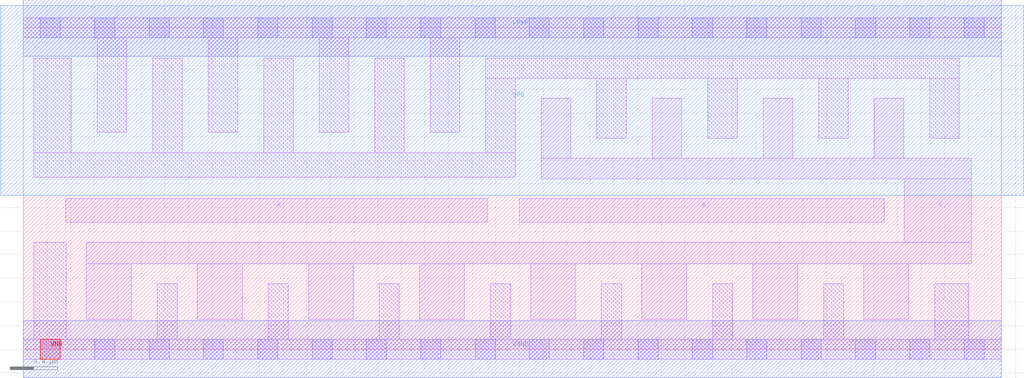
<source format=lef>
# Copyright 2020 The SkyWater PDK Authors
#
# Licensed under the Apache License, Version 2.0 (the "License");
# you may not use this file except in compliance with the License.
# You may obtain a copy of the License at
#
#     https://www.apache.org/licenses/LICENSE-2.0
#
# Unless required by applicable law or agreed to in writing, software
# distributed under the License is distributed on an "AS IS" BASIS,
# WITHOUT WARRANTIES OR CONDITIONS OF ANY KIND, either express or implied.
# See the License for the specific language governing permissions and
# limitations under the License.
#
# SPDX-License-Identifier: Apache-2.0

VERSION 5.7 ;
  NOWIREEXTENSIONATPIN ON ;
  DIVIDERCHAR "/" ;
  BUSBITCHARS "[]" ;
PROPERTYDEFINITIONS
  MACRO maskLayoutSubType STRING ;
  MACRO prCellType STRING ;
  MACRO originalViewName STRING ;
END PROPERTYDEFINITIONS
MACRO sky130_fd_sc_hdll__nor2_8
  CLASS CORE ;
  FOREIGN sky130_fd_sc_hdll__nor2_8 ;
  ORIGIN  0.000000  0.000000 ;
  SIZE  8.280000 BY  2.720000 ;
  SYMMETRY X Y R90 ;
  SITE unithd ;
  PIN A
    ANTENNAGATEAREA  2.220000 ;
    DIRECTION INPUT ;
    USE SIGNAL ;
    PORT
      LAYER li1 ;
        RECT 0.360000 1.075000 3.930000 1.275000 ;
    END
  END A
  PIN B
    ANTENNAGATEAREA  2.220000 ;
    DIRECTION INPUT ;
    USE SIGNAL ;
    PORT
      LAYER li1 ;
        RECT 4.200000 1.075000 7.290000 1.275000 ;
    END
  END B
  PIN VGND
    ANTENNADIFFAREA  1.774500 ;
    DIRECTION INOUT ;
    USE SIGNAL ;
    PORT
      LAYER met1 ;
        RECT 0.000000 -0.240000 8.280000 0.240000 ;
    END
  END VGND
  PIN VPWR
    ANTENNADIFFAREA  1.160000 ;
    DIRECTION INOUT ;
    USE SIGNAL ;
    PORT
      LAYER met1 ;
        RECT 0.000000 2.480000 8.280000 2.960000 ;
    END
  END VPWR
  PIN Y
    ANTENNADIFFAREA  2.889000 ;
    DIRECTION OUTPUT ;
    USE SIGNAL ;
    PORT
      LAYER li1 ;
        RECT 0.535000 0.255000 0.915000 0.725000 ;
        RECT 0.535000 0.725000 8.025000 0.905000 ;
        RECT 1.475000 0.255000 1.855000 0.725000 ;
        RECT 2.415000 0.255000 2.795000 0.725000 ;
        RECT 3.355000 0.255000 3.735000 0.725000 ;
        RECT 4.295000 0.255000 4.675000 0.725000 ;
        RECT 4.385000 1.445000 8.025000 1.615000 ;
        RECT 4.385000 1.615000 4.635000 2.125000 ;
        RECT 5.235000 0.255000 5.615000 0.725000 ;
        RECT 5.325000 1.615000 5.575000 2.125000 ;
        RECT 6.175000 0.255000 6.555000 0.725000 ;
        RECT 6.265000 1.615000 6.515000 2.125000 ;
        RECT 7.115000 0.255000 7.495000 0.725000 ;
        RECT 7.205000 1.615000 7.455000 2.125000 ;
        RECT 7.460000 0.905000 8.025000 1.445000 ;
    END
  END Y
  PIN VNB
    DIRECTION INOUT ;
    USE GROUND ;
    PORT
      LAYER pwell ;
        RECT 0.145000 -0.085000 0.315000 0.085000 ;
    END
  END VNB
  PIN VPB
    DIRECTION INOUT ;
    USE POWER ;
    PORT
      LAYER nwell ;
        RECT -0.190000 1.305000 8.470000 2.910000 ;
    END
  END VPB
  OBS
    LAYER li1 ;
      RECT 0.000000 -0.085000 8.280000 0.085000 ;
      RECT 0.000000  2.635000 8.280000 2.805000 ;
      RECT 0.090000  0.085000 0.365000 0.905000 ;
      RECT 0.090000  1.455000 4.165000 1.665000 ;
      RECT 0.090000  1.665000 0.405000 2.465000 ;
      RECT 0.625000  1.835000 0.875000 2.635000 ;
      RECT 1.095000  1.665000 1.345000 2.465000 ;
      RECT 1.135000  0.085000 1.305000 0.555000 ;
      RECT 1.565000  1.835000 1.815000 2.635000 ;
      RECT 2.035000  1.665000 2.285000 2.465000 ;
      RECT 2.075000  0.085000 2.245000 0.555000 ;
      RECT 2.505000  1.835000 2.755000 2.635000 ;
      RECT 2.975000  1.665000 3.225000 2.465000 ;
      RECT 3.015000  0.085000 3.185000 0.555000 ;
      RECT 3.445000  1.835000 3.695000 2.635000 ;
      RECT 3.915000  1.665000 4.165000 2.295000 ;
      RECT 3.915000  2.295000 7.925000 2.465000 ;
      RECT 3.955000  0.085000 4.125000 0.555000 ;
      RECT 4.855000  1.785000 5.105000 2.295000 ;
      RECT 4.895000  0.085000 5.065000 0.555000 ;
      RECT 5.795000  1.785000 6.045000 2.295000 ;
      RECT 5.835000  0.085000 6.005000 0.555000 ;
      RECT 6.735000  1.785000 6.985000 2.295000 ;
      RECT 6.775000  0.085000 6.945000 0.555000 ;
      RECT 7.675000  1.785000 7.925000 2.295000 ;
      RECT 7.715000  0.085000 8.005000 0.555000 ;
    LAYER mcon ;
      RECT 0.145000 -0.085000 0.315000 0.085000 ;
      RECT 0.145000  2.635000 0.315000 2.805000 ;
      RECT 0.605000 -0.085000 0.775000 0.085000 ;
      RECT 0.605000  2.635000 0.775000 2.805000 ;
      RECT 1.065000 -0.085000 1.235000 0.085000 ;
      RECT 1.065000  2.635000 1.235000 2.805000 ;
      RECT 1.525000 -0.085000 1.695000 0.085000 ;
      RECT 1.525000  2.635000 1.695000 2.805000 ;
      RECT 1.985000 -0.085000 2.155000 0.085000 ;
      RECT 1.985000  2.635000 2.155000 2.805000 ;
      RECT 2.445000 -0.085000 2.615000 0.085000 ;
      RECT 2.445000  2.635000 2.615000 2.805000 ;
      RECT 2.905000 -0.085000 3.075000 0.085000 ;
      RECT 2.905000  2.635000 3.075000 2.805000 ;
      RECT 3.365000 -0.085000 3.535000 0.085000 ;
      RECT 3.365000  2.635000 3.535000 2.805000 ;
      RECT 3.825000 -0.085000 3.995000 0.085000 ;
      RECT 3.825000  2.635000 3.995000 2.805000 ;
      RECT 4.285000 -0.085000 4.455000 0.085000 ;
      RECT 4.285000  2.635000 4.455000 2.805000 ;
      RECT 4.745000 -0.085000 4.915000 0.085000 ;
      RECT 4.745000  2.635000 4.915000 2.805000 ;
      RECT 5.205000 -0.085000 5.375000 0.085000 ;
      RECT 5.205000  2.635000 5.375000 2.805000 ;
      RECT 5.665000 -0.085000 5.835000 0.085000 ;
      RECT 5.665000  2.635000 5.835000 2.805000 ;
      RECT 6.125000 -0.085000 6.295000 0.085000 ;
      RECT 6.125000  2.635000 6.295000 2.805000 ;
      RECT 6.585000 -0.085000 6.755000 0.085000 ;
      RECT 6.585000  2.635000 6.755000 2.805000 ;
      RECT 7.045000 -0.085000 7.215000 0.085000 ;
      RECT 7.045000  2.635000 7.215000 2.805000 ;
      RECT 7.505000 -0.085000 7.675000 0.085000 ;
      RECT 7.505000  2.635000 7.675000 2.805000 ;
      RECT 7.965000 -0.085000 8.135000 0.085000 ;
      RECT 7.965000  2.635000 8.135000 2.805000 ;
  END
  PROPERTY maskLayoutSubType "abstract" ;
  PROPERTY prCellType "standard" ;
  PROPERTY originalViewName "layout" ;
END sky130_fd_sc_hdll__nor2_8
END LIBRARY

</source>
